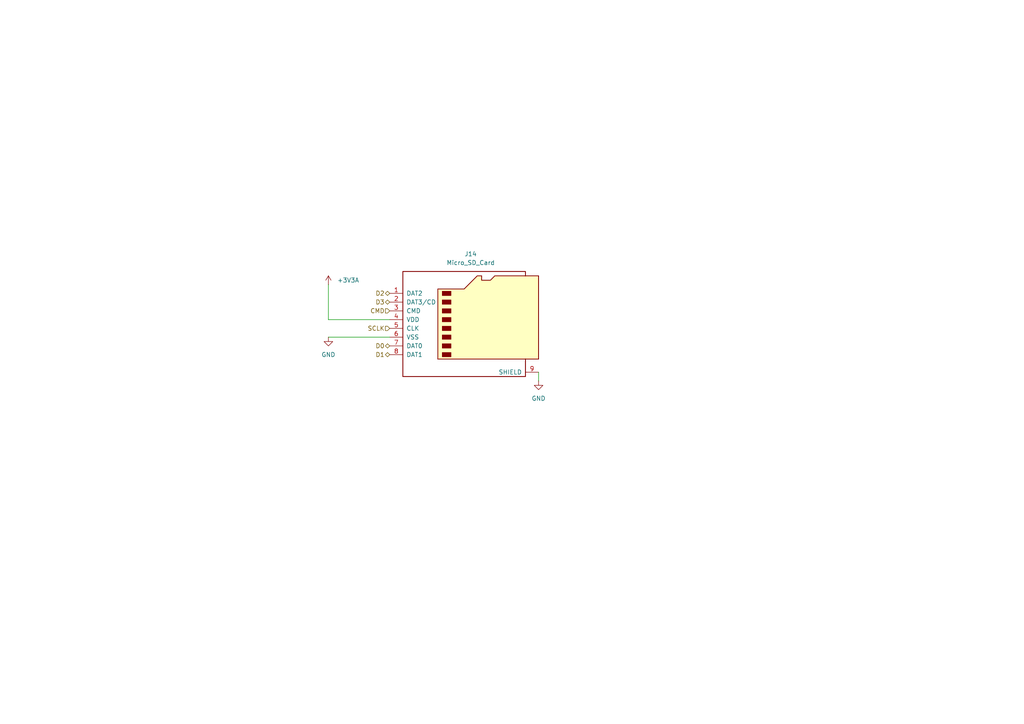
<source format=kicad_sch>
(kicad_sch (version 20250114) (generator "eeschema") (generator_version "9.0")
  (paper "A4")
  (lib_symbols
    (symbol "Connector:Micro_SD_Card" (pin_names (offset 1.016))
      (property "Reference" "J" (at -16.51 15.24 0))
      (property "Value" "Micro_SD_Card" (at 16.51 15.24 0))
      (symbol "Micro_SD_Card_0_1"
        (polyline (pts (xy -8.89 -11.43) (xy -8.89 8.89) (xy -1.27 8.89) (xy 2.54 12.7) (xy 3.81 12.7) (xy 3.81 11.43) (xy 6.35 11.43) (xy 7.62 12.7) (xy 20.32 12.7) (xy 20.32 -11.43) (xy -8.89 -11.43)) (stroke (width 0.254)) (fill (type background)))
        (rectangle (start -7.62 8.255) (end -5.08 6.985) (fill (type outline)))
        (rectangle (start -7.62 5.715) (end -5.08 4.445) (fill (type outline)))
        (rectangle (start -7.62 3.175) (end -5.08 1.905) (fill (type outline)))
        (rectangle (start -7.62 0.635) (end -5.08 -0.635) (fill (type outline)))
        (rectangle (start -7.62 -1.905) (end -5.08 -3.175) (fill (type outline)))
        (rectangle (start -7.62 -4.445) (end -5.08 -5.715) (fill (type outline)))
        (rectangle (start -7.62 -6.985) (end -5.08 -8.255) (fill (type outline)))
        (rectangle (start -7.62 -9.525) (end -5.08 -10.795) (fill (type outline)))
        (polyline (pts (xy 16.51 12.7) (xy 16.51 13.97) (xy -19.05 13.97) (xy -19.05 -16.51) (xy 16.51 -16.51) (xy 16.51 -11.43)) (stroke (width 0.254)))
      )
      (symbol "Micro_SD_Card_1_1"
        (pin bidirectional line (at -22.86 7.62 0) (length 3.81) (name "DAT2") (number "1"))
        (pin bidirectional line (at -22.86 5.08 0) (length 3.81) (name "DAT3/CD") (number "2"))
        (pin input line (at -22.86 2.54 0) (length 3.81) (name "CMD") (number "3"))
        (pin power_in line (at -22.86 0 0) (length 3.81) (name "VDD") (number "4"))
        (pin input line (at -22.86 -2.54 0) (length 3.81) (name "CLK") (number "5"))
        (pin power_in line (at -22.86 -5.08 0) (length 3.81) (name "VSS") (number "6"))
        (pin bidirectional line (at -22.86 -7.62 0) (length 3.81) (name "DAT0") (number "7"))
        (pin bidirectional line (at -22.86 -10.16 0) (length 3.81) (name "DAT1") (number "8"))
        (pin passive line (at 20.32 -15.24 180) (length 3.81) (name "SHIELD") (number "9"))
      )
    )
    (symbol "power:+3V3" (power) (pin_numbers (hide yes)) (pin_names (offset 0) (hide yes))
      (property "Value" "+3V3" (at 0 3.556 0))
      (symbol "+3V3_0_1"
        (polyline (pts (xy -0.762 1.27) (xy 0 2.54)))
        (polyline (pts (xy 0 2.54) (xy 0.762 1.27)))
        (polyline (pts (xy 0 0) (xy 0 2.54)))
      )
      (symbol "+3V3_1_1"
        (pin power_in line (at 0 0 90) (length 0) (name "~") (number "1"))
      )
    )
    (symbol "power:GND" (power) (pin_numbers (hide yes)) (pin_names (offset 0) (hide yes))
      (property "Value" "GND" (at 0 -3.81 0))
      (symbol "GND_0_1"
        (polyline (pts (xy 0 0) (xy 0 -1.27) (xy 1.27 -1.27) (xy 0 -2.54) (xy -1.27 -1.27) (xy 0 -1.27)))
      )
      (symbol "GND_1_1"
        (pin power_in line (at 0 0 270) (length 0) (name "~") (number "1"))
      )
    )
  )
  (wire (pts (xy 156.21 107.95) (xy 156.21 110.49)))
  (wire (pts (xy 95.25 82.55) (xy 95.25 92.71)))
  (wire (pts (xy 95.25 92.71) (xy 113.03 92.71)))
  (wire (pts (xy 95.25 97.79) (xy 113.03 97.79)))
  (hierarchical_label "D2" (shape bidirectional) (at 113.03 85.09 180))
  (hierarchical_label "D3" (shape bidirectional) (at 113.03 87.63 180))
  (hierarchical_label "CMD" (shape input) (at 113.03 90.17 180))
  (hierarchical_label "D1" (shape bidirectional) (at 113.03 102.87 180))
  (hierarchical_label "D0" (shape bidirectional) (at 113.03 100.33 180))
  (hierarchical_label "SCLK" (shape input) (at 113.03 95.25 180))
  (symbol (lib_id "power:+3V3") (at 95.25 82.55 0) (unit 1)
    (property "Reference" "#PWR083" (effects (hide yes)))
    (property "Value" "+3V3A" (at 97.79 81.2799 0) (effects (justify left)))
    (property "Description" "Power symbol creates a global label with name \"+3V3\"" (effects (hide yes)))
  )
  (symbol (lib_id "power:GND") (at 156.21 110.49 0) (mirror y) (unit 1)
    (property "Reference" "#PWR0106" (effects (hide yes)))
    (property "Value" "GND" (at 156.21 115.57 0))
    (property "Description" "Power symbol creates a global label with name \"GND\" , ground" (effects (hide yes)))
  )
  (symbol (lib_id "Connector:Micro_SD_Card") (at 135.89 92.71 0) (unit 1)
    (property "Reference" "J14" (at 136.525 73.66 0))
    (property "Value" "Micro_SD_Card" (at 136.525 76.2 0))
    (property "Footprint" "Connector_Card:microSD_HC_Wuerth_693072010801" (effects (hide yes)))
    (property "Datasheet" "https://www.we-online.com/components/products/datasheet/693072010801.pdf" (effects (hide yes)))
    (property "Description" "Micro SD Card Socket" (effects (hide yes)))
  )
  (symbol (lib_id "power:GND") (at 95.25 97.79 0) (mirror y) (unit 1)
    (property "Reference" "#PWR068" (effects (hide yes)))
    (property "Value" "GND" (at 95.25 102.87 0))
    (property "Description" "Power symbol creates a global label with name \"GND\" , ground" (effects (hide yes)))
  )
)
</source>
